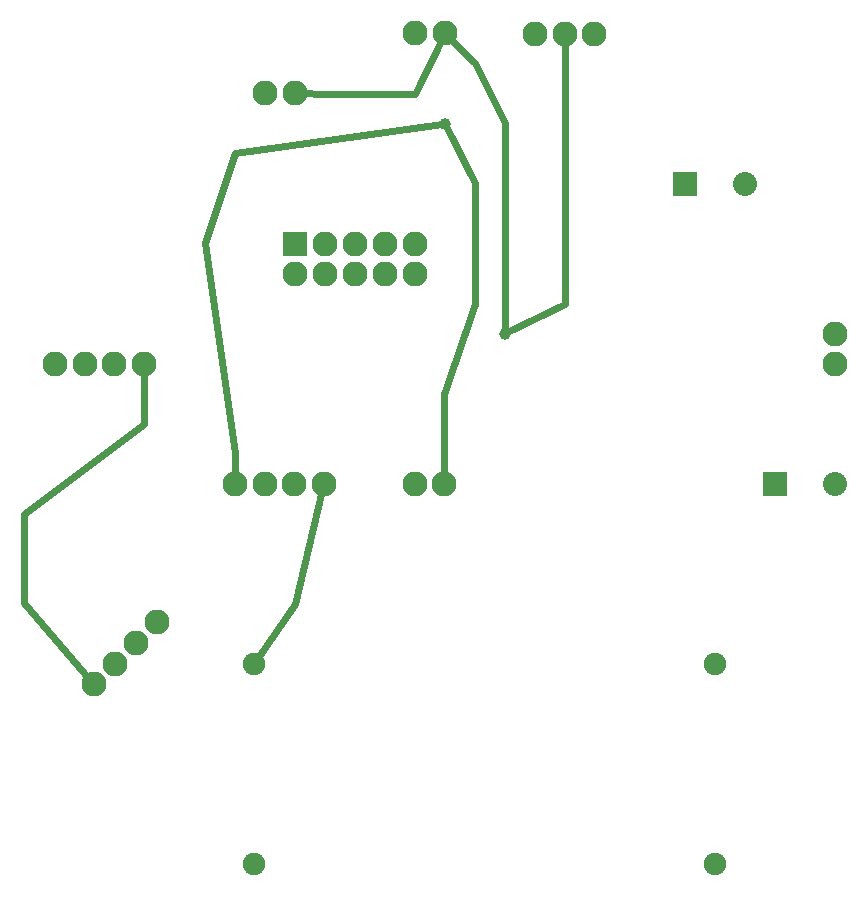
<source format=gbl>
G04 MADE WITH FRITZING*
G04 WWW.FRITZING.ORG*
G04 DOUBLE SIDED*
G04 HOLES PLATED*
G04 CONTOUR ON CENTER OF CONTOUR VECTOR*
%ASAXBY*%
%FSLAX23Y23*%
%MOIN*%
%OFA0B0*%
%SFA1.0B1.0*%
%ADD10C,0.075433*%
%ADD11C,0.080000*%
%ADD12C,0.039370*%
%ADD13C,0.083307*%
%ADD14R,0.080000X0.080000*%
%ADD15R,0.083307X0.083307*%
%ADD16C,0.024000*%
%LNCOPPER0*%
G90*
G70*
G54D10*
X1281Y1231D03*
X1281Y562D03*
X2817Y1231D03*
X2817Y562D03*
G54D11*
X3017Y1831D03*
X3217Y1831D03*
G54D12*
X2117Y2331D03*
G54D13*
X618Y2231D03*
X717Y2231D03*
X815Y2231D03*
X914Y2231D03*
X618Y2231D03*
X717Y2231D03*
X815Y2231D03*
X914Y2231D03*
X747Y1162D03*
X817Y1231D03*
X886Y1301D03*
X956Y1371D03*
X2415Y3331D03*
X2317Y3331D03*
X2218Y3331D03*
X1218Y1831D03*
X1317Y1831D03*
X1415Y1831D03*
X1514Y1831D03*
X3217Y2330D03*
X3217Y2231D03*
X1915Y1831D03*
X1817Y1831D03*
X1416Y3132D03*
X1317Y3132D03*
X1916Y3332D03*
X1817Y3332D03*
G54D12*
X1917Y3031D03*
G54D13*
X1417Y2531D03*
X1517Y2531D03*
X1617Y2531D03*
X1717Y2531D03*
X1817Y2531D03*
X1417Y2631D03*
X1517Y2631D03*
X1617Y2631D03*
X1717Y2631D03*
X1817Y2631D03*
X1417Y2531D03*
X1517Y2531D03*
X1617Y2531D03*
X1717Y2531D03*
X1817Y2531D03*
X1417Y2631D03*
X1517Y2631D03*
X1617Y2631D03*
X1717Y2631D03*
X1817Y2631D03*
G54D11*
X2717Y2831D03*
X2917Y2831D03*
X2717Y2831D03*
X2917Y2831D03*
G54D14*
X3017Y1831D03*
G54D15*
X1417Y2631D03*
X1417Y2631D03*
G54D14*
X2717Y2831D03*
X2717Y2831D03*
G54D16*
X2317Y2431D02*
X2317Y3310D01*
D02*
X2124Y2335D02*
X2317Y2431D01*
D02*
X1417Y1431D02*
X1508Y1810D01*
D02*
X1291Y1246D02*
X1417Y1431D01*
D02*
X515Y1432D02*
X733Y1178D01*
D02*
X915Y2031D02*
X515Y1730D01*
D02*
X515Y1730D02*
X515Y1432D01*
D02*
X914Y2210D02*
X915Y2031D01*
D02*
X2119Y3032D02*
X2019Y3233D01*
D02*
X2016Y3232D02*
X1931Y3317D01*
D02*
X2019Y3233D02*
X2016Y3232D01*
D02*
X2117Y2339D02*
X2119Y3032D01*
D02*
X1906Y3313D02*
X1817Y3130D01*
D02*
X1817Y3130D02*
X1517Y3130D01*
D02*
X1517Y3130D02*
X1438Y3132D01*
D02*
X2016Y2832D02*
X2016Y2431D01*
D02*
X1915Y2131D02*
X1915Y1853D01*
D02*
X2016Y2431D02*
X1915Y2131D01*
D02*
X1920Y3024D02*
X2016Y2832D01*
D02*
X1216Y1932D02*
X1218Y1853D01*
D02*
X1119Y2633D02*
X1216Y1932D01*
D02*
X1217Y2933D02*
X1119Y2633D01*
D02*
X1909Y3030D02*
X1217Y2933D01*
G04 End of Copper0*
M02*
</source>
